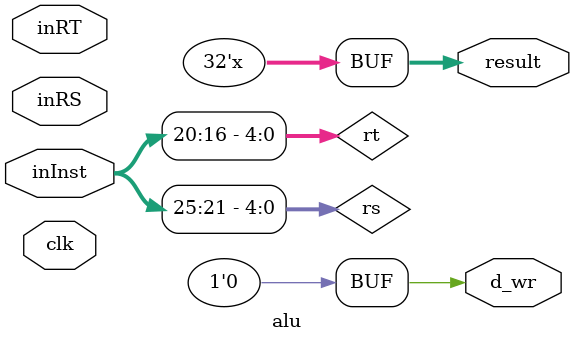
<source format=v>
module alu (inInst, clk, result, d_wr, inRS, inRT);
  input clk;
  // 32-bit Instuction
  input [31:0] inInst;
  input [31:0] inRS;
  input [31:0] inRT;
  reg [4:0]   rs;
  reg [4:0]   rt;
  reg [4:0]   rd;
  reg [5:0]   funct;
  reg [15:0]  addr;
  output [31:0] result;
  reg [31:0] result;
  output reg d_wr;
  reg [31:0] mem_temp;



  initial begin
    d_wr = 0;
  end
  always @ ( * ) begin

    // Check if Arithmethic Op
    if(inInst[31:26] == 6'b000000) begin
      // Split instructions
      rs = inInst[25:21];
      rt = inInst[20:16];
	    rd = inInst[15:11];
      funct = inInst[5:0];

      // Addition
      if (funct == 6'b100000) begin

      end
      // Subtraction
      else if (funct == 6'b100010) begin

      end
      // SLT
      else if (funct == 6'b101010) begin

      end
    end

    // Check if Memory Op
    else begin
      // Split Instruction
      rs = inInst[25:21];
    	rt = inInst[20:16];
    	addr = inInst[15:0];

      if(inInst[31:26] == 6'b100011) begin
        mem_temp <= 32'b0;
        mem_temp[15:0] = inInst[15:0];
        result = mem_temp + inInst[25:21];


      end
    end
  end



endmodule //

</source>
